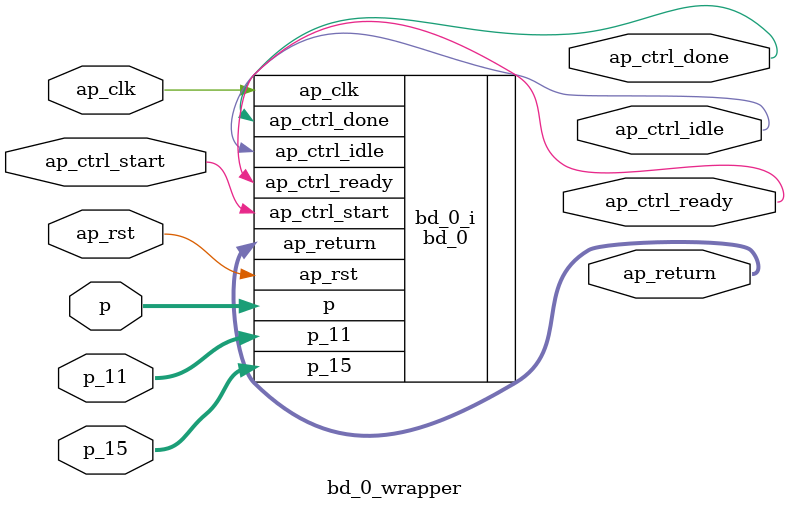
<source format=v>
`timescale 1 ps / 1 ps

module bd_0_wrapper
   (ap_clk,
    ap_ctrl_done,
    ap_ctrl_idle,
    ap_ctrl_ready,
    ap_ctrl_start,
    ap_return,
    ap_rst,
    p,
    p_11,
    p_15);
  input ap_clk;
  output ap_ctrl_done;
  output ap_ctrl_idle;
  output ap_ctrl_ready;
  input ap_ctrl_start;
  output [15:0]ap_return;
  input ap_rst;
  input [63:0]p;
  input [31:0]p_11;
  input [31:0]p_15;

  wire ap_clk;
  wire ap_ctrl_done;
  wire ap_ctrl_idle;
  wire ap_ctrl_ready;
  wire ap_ctrl_start;
  wire [15:0]ap_return;
  wire ap_rst;
  wire [63:0]p;
  wire [31:0]p_11;
  wire [31:0]p_15;

  bd_0 bd_0_i
       (.ap_clk(ap_clk),
        .ap_ctrl_done(ap_ctrl_done),
        .ap_ctrl_idle(ap_ctrl_idle),
        .ap_ctrl_ready(ap_ctrl_ready),
        .ap_ctrl_start(ap_ctrl_start),
        .ap_return(ap_return),
        .ap_rst(ap_rst),
        .p(p),
        .p_11(p_11),
        .p_15(p_15));
endmodule

</source>
